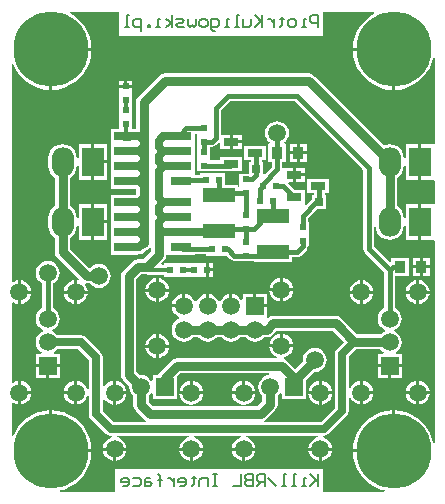
<source format=gbl>
G04 Layer_Physical_Order=2*
G04 Layer_Color=16711680*
%FSAX23Y23*%
%MOIN*%
G70*
G01*
G75*
%ADD10C,0.030*%
%ADD11C,0.016*%
%ADD12C,0.008*%
%ADD13C,0.059*%
%ADD14R,0.059X0.059*%
%ADD15R,0.075X0.098*%
%ADD16O,0.075X0.098*%
%ADD17C,0.250*%
%ADD18R,0.059X0.059*%
%ADD19R,0.024X0.020*%
%ADD20R,0.070X0.028*%
%ADD21R,0.020X0.024*%
%ADD22R,0.106X0.045*%
%ADD23R,0.028X0.028*%
%ADD24R,0.051X0.028*%
%ADD25R,0.037X0.039*%
%ADD26C,0.014*%
%ADD27C,0.015*%
%ADD28C,0.012*%
%ADD29C,0.025*%
G36*
X04150Y03545D02*
X04133Y03535D01*
X04117Y03521D01*
X04103Y03505D01*
X04092Y03487D01*
X04084Y03467D01*
X04079Y03446D01*
X04078Y03430D01*
X04213D01*
Y03425D01*
X04218D01*
Y03290D01*
X04234Y03291D01*
X04254Y03296D01*
X04274Y03305D01*
X04292Y03316D01*
X04308Y03329D01*
X04322Y03346D01*
X04333Y03364D01*
X04341Y03383D01*
X04345Y03398D01*
X04350Y03398D01*
Y03113D01*
X04347Y03109D01*
X04345Y03109D01*
X04305D01*
Y03050D01*
Y02991D01*
X04345D01*
X04347Y02991D01*
X04350Y02987D01*
Y02913D01*
X04347Y02909D01*
X04345Y02909D01*
X04305D01*
Y02850D01*
Y02791D01*
X04345D01*
X04347Y02791D01*
X04350Y02787D01*
Y02114D01*
X04345Y02113D01*
X04341Y02128D01*
X04333Y02148D01*
X04322Y02166D01*
X04308Y02182D01*
X04292Y02196D01*
X04274Y02207D01*
X04254Y02215D01*
X04234Y02220D01*
X04218Y02222D01*
Y02087D01*
X04213D01*
Y02082D01*
X04078D01*
X04079Y02065D01*
X04084Y02045D01*
X04092Y02025D01*
X04103Y02007D01*
X04117Y01991D01*
X04133Y01977D01*
X04151Y01966D01*
X04171Y01958D01*
X04183Y01955D01*
X04182Y01950D01*
X03982D01*
X03978Y01952D01*
X03978Y01955D01*
Y02027D01*
X03286D01*
Y01955D01*
X03286Y01952D01*
X03282Y01950D01*
X03102D01*
X03101Y01955D01*
X03113Y01958D01*
X03132Y01966D01*
X03150Y01977D01*
X03167Y01991D01*
X03180Y02007D01*
X03192Y02025D01*
X03200Y02045D01*
X03205Y02065D01*
X03206Y02082D01*
X03071D01*
Y02087D01*
X03066D01*
Y02222D01*
X03050Y02220D01*
X03029Y02215D01*
X03009Y02207D01*
X02991Y02196D01*
X02975Y02182D01*
X02961Y02166D01*
X02950Y02148D01*
X02945Y02136D01*
X02940Y02137D01*
Y02246D01*
X02944Y02248D01*
X02947Y02247D01*
X02956Y02243D01*
X02961Y02242D01*
Y02281D01*
Y02321D01*
X02956Y02320D01*
X02947Y02316D01*
X02944Y02314D01*
X02940Y02317D01*
Y02581D01*
X02944Y02583D01*
X02947Y02582D01*
X02956Y02578D01*
X02961Y02577D01*
Y02616D01*
Y02655D01*
X02956Y02655D01*
X02947Y02651D01*
X02944Y02649D01*
X02940Y02651D01*
Y03375D01*
X02945Y03376D01*
X02950Y03364D01*
X02961Y03346D01*
X02975Y03329D01*
X02991Y03316D01*
X03009Y03305D01*
X03029Y03296D01*
X03050Y03291D01*
X03066Y03290D01*
Y03425D01*
X03071D01*
Y03430D01*
X03206D01*
X03205Y03446D01*
X03200Y03467D01*
X03192Y03487D01*
X03180Y03505D01*
X03167Y03521D01*
X03150Y03535D01*
X03134Y03545D01*
X03135Y03550D01*
X03299D01*
Y03469D01*
X03978D01*
Y03550D01*
X04148D01*
X04150Y03545D01*
D02*
G37*
%LPC*%
G36*
X03342Y03321D02*
X03325D01*
Y03307D01*
X03342D01*
Y03321D01*
D02*
G37*
G36*
X03315D02*
X03298D01*
Y03307D01*
X03315D01*
Y03321D01*
D02*
G37*
G36*
X04208Y03420D02*
X04078D01*
X04079Y03404D01*
X04084Y03383D01*
X04092Y03364D01*
X04103Y03346D01*
X04117Y03329D01*
X04133Y03316D01*
X04151Y03305D01*
X04171Y03296D01*
X04191Y03291D01*
X04208Y03290D01*
Y03420D01*
D02*
G37*
G36*
X03206D02*
X03076D01*
Y03290D01*
X03092Y03291D01*
X03113Y03296D01*
X03132Y03305D01*
X03150Y03316D01*
X03167Y03329D01*
X03180Y03346D01*
X03192Y03364D01*
X03200Y03383D01*
X03205Y03404D01*
X03206Y03420D01*
D02*
G37*
G36*
X03930Y03345D02*
X03450D01*
X03440Y03344D01*
X03432Y03338D01*
X03362Y03268D01*
X03356Y03260D01*
X03355Y03250D01*
Y03159D01*
X03342D01*
Y03197D01*
X03342Y03198D01*
Y03202D01*
X03342Y03203D01*
Y03239D01*
Y03277D01*
X03342Y03278D01*
Y03282D01*
X03342Y03283D01*
Y03297D01*
X03320D01*
X03298D01*
Y03283D01*
X03298Y03282D01*
Y03278D01*
X03298Y03277D01*
Y03239D01*
Y03203D01*
X03298Y03202D01*
Y03198D01*
X03298Y03197D01*
Y03159D01*
X03271D01*
Y03114D01*
X03271Y03111D01*
X03271D01*
Y03109D01*
X03271D01*
Y03061D01*
X03271D01*
Y03059D01*
X03271D01*
Y03011D01*
X03271D01*
Y03009D01*
X03271D01*
Y02961D01*
X03355D01*
Y02939D01*
X03271D01*
Y02891D01*
X03271D01*
Y02889D01*
X03271D01*
Y02841D01*
X03271D01*
Y02839D01*
X03271D01*
Y02791D01*
X03271D01*
Y02789D01*
X03271D01*
Y02741D01*
X03361D01*
Y02742D01*
X03365D01*
X03374Y02744D01*
X03381Y02749D01*
X03389Y02756D01*
X03390Y02756D01*
X03398Y02762D01*
X03400Y02764D01*
X03405Y02763D01*
Y02751D01*
X03379Y02725D01*
X03360D01*
X03350Y02724D01*
X03342Y02718D01*
X03312Y02688D01*
X03306Y02680D01*
X03305Y02670D01*
Y02341D01*
X03306Y02332D01*
X03312Y02323D01*
X03332Y02303D01*
X03331Y02300D01*
X03333Y02290D01*
X03337Y02280D01*
X03343Y02272D01*
X03346Y02270D01*
Y02239D01*
X03348Y02229D01*
X03353Y02221D01*
X03382Y02192D01*
X03388Y02188D01*
X03386Y02183D01*
X03280D01*
X03243Y02220D01*
Y02260D01*
X03248Y02261D01*
X03248Y02260D01*
X03254Y02252D01*
X03263Y02246D01*
X03272Y02242D01*
X03278Y02241D01*
Y02280D01*
Y02320D01*
X03272Y02319D01*
X03263Y02315D01*
X03254Y02309D01*
X03248Y02300D01*
X03248Y02300D01*
X03243Y02301D01*
Y02400D01*
X03241Y02409D01*
X03236Y02416D01*
X03187Y02465D01*
X03180Y02470D01*
X03171Y02472D01*
X03092D01*
X03088Y02477D01*
X03080Y02483D01*
X03075Y02485D01*
Y02491D01*
X03080Y02493D01*
X03088Y02499D01*
X03095Y02508D01*
X03099Y02517D01*
X03100Y02527D01*
X03099Y02538D01*
X03095Y02547D01*
X03088Y02556D01*
X03080Y02562D01*
X03078Y02563D01*
Y02645D01*
X03080Y02645D01*
X03088Y02652D01*
X03095Y02660D01*
X03099Y02670D01*
X03100Y02680D01*
X03099Y02690D01*
X03095Y02700D01*
X03088Y02708D01*
X03080Y02715D01*
X03070Y02719D01*
X03060Y02720D01*
X03050Y02719D01*
X03040Y02715D01*
X03032Y02708D01*
X03025Y02700D01*
X03021Y02690D01*
X03020Y02680D01*
X03021Y02670D01*
X03025Y02660D01*
X03032Y02652D01*
X03040Y02645D01*
X03042Y02645D01*
Y02563D01*
X03040Y02562D01*
X03032Y02556D01*
X03025Y02547D01*
X03021Y02538D01*
X03020Y02527D01*
X03021Y02517D01*
X03025Y02508D01*
X03032Y02499D01*
X03040Y02493D01*
X03045Y02491D01*
Y02485D01*
X03040Y02483D01*
X03032Y02477D01*
X03025Y02469D01*
X03021Y02459D01*
X03020Y02449D01*
X03021Y02438D01*
X03025Y02429D01*
X03032Y02421D01*
X03040Y02415D01*
X03040Y02414D01*
X03036Y02410D01*
X03020D01*
Y02375D01*
X03060D01*
X03100D01*
Y02410D01*
X03084D01*
X03080Y02414D01*
X03080Y02415D01*
X03088Y02421D01*
X03092Y02426D01*
X03162D01*
X03197Y02390D01*
Y02292D01*
X03192Y02291D01*
X03192Y02292D01*
X03188Y02301D01*
X03182Y02310D01*
X03173Y02316D01*
X03164Y02320D01*
X03159Y02321D01*
Y02281D01*
Y02242D01*
X03164Y02243D01*
X03173Y02247D01*
X03182Y02253D01*
X03188Y02261D01*
X03192Y02271D01*
X03192Y02271D01*
X03197Y02271D01*
Y02210D01*
X03199Y02201D01*
X03204Y02194D01*
X03254Y02144D01*
X03261Y02139D01*
X03270Y02137D01*
X03274D01*
X03274Y02132D01*
X03272Y02132D01*
X03263Y02128D01*
X03254Y02121D01*
X03248Y02113D01*
X03244Y02104D01*
X03243Y02098D01*
X03322D01*
X03321Y02104D01*
X03317Y02113D01*
X03311Y02121D01*
X03303Y02128D01*
X03293Y02132D01*
X03291Y02132D01*
X03291Y02137D01*
X03530D01*
X03530Y02132D01*
X03528Y02132D01*
X03519Y02128D01*
X03510Y02121D01*
X03504Y02113D01*
X03500Y02104D01*
X03499Y02098D01*
X03539D01*
X03578D01*
X03577Y02104D01*
X03573Y02113D01*
X03567Y02121D01*
X03559Y02128D01*
X03549Y02132D01*
X03547Y02132D01*
X03547Y02137D01*
X03704D01*
X03704Y02132D01*
X03702Y02132D01*
X03693Y02128D01*
X03684Y02121D01*
X03678Y02113D01*
X03674Y02104D01*
X03673Y02098D01*
X03752D01*
X03751Y02104D01*
X03747Y02113D01*
X03741Y02121D01*
X03733Y02128D01*
X03723Y02132D01*
X03721Y02132D01*
X03721Y02137D01*
X03960D01*
X03960Y02132D01*
X03958Y02132D01*
X03949Y02128D01*
X03940Y02121D01*
X03934Y02113D01*
X03930Y02104D01*
X03929Y02098D01*
X03969D01*
X04008D01*
X04007Y02104D01*
X04003Y02113D01*
X03997Y02121D01*
X03989Y02128D01*
X03979Y02132D01*
X03977Y02132D01*
X03977Y02137D01*
X03980D01*
X03989Y02139D01*
X03996Y02144D01*
X04056Y02204D01*
X04061Y02211D01*
X04063Y02220D01*
Y02271D01*
X04068Y02271D01*
X04068Y02271D01*
X04072Y02261D01*
X04078Y02253D01*
X04087Y02247D01*
X04096Y02243D01*
X04101Y02242D01*
Y02281D01*
Y02321D01*
X04096Y02320D01*
X04087Y02316D01*
X04078Y02310D01*
X04072Y02301D01*
X04068Y02292D01*
X04068Y02291D01*
X04063Y02292D01*
Y02400D01*
X04088Y02426D01*
X04168D01*
X04172Y02421D01*
X04180Y02415D01*
X04180Y02414D01*
X04176Y02410D01*
X04160D01*
Y02375D01*
X04200D01*
X04240D01*
Y02410D01*
X04224D01*
X04220Y02414D01*
X04220Y02415D01*
X04228Y02421D01*
X04235Y02429D01*
X04239Y02438D01*
X04240Y02449D01*
X04239Y02459D01*
X04235Y02469D01*
X04228Y02477D01*
X04220Y02483D01*
X04215Y02485D01*
Y02491D01*
X04220Y02493D01*
X04228Y02499D01*
X04235Y02508D01*
X04239Y02517D01*
X04240Y02527D01*
X04239Y02538D01*
X04235Y02547D01*
X04228Y02556D01*
X04220Y02562D01*
X04218Y02563D01*
Y02670D01*
X04263D01*
Y02730D01*
X04206D01*
Y02717D01*
X04203Y02716D01*
X04201Y02715D01*
X04148Y02767D01*
Y02833D01*
X04153Y02833D01*
X04154Y02826D01*
X04159Y02814D01*
X04166Y02804D01*
X04176Y02797D01*
X04188Y02792D01*
X04200Y02790D01*
X04212Y02792D01*
X04224Y02797D01*
X04234Y02804D01*
X04241Y02814D01*
X04246Y02826D01*
X04248Y02837D01*
X04253Y02836D01*
Y02791D01*
X04295D01*
Y02850D01*
Y02909D01*
X04253D01*
Y02864D01*
X04248Y02863D01*
X04246Y02874D01*
X04241Y02886D01*
X04234Y02896D01*
X04225Y02902D01*
Y02998D01*
X04234Y03004D01*
X04241Y03014D01*
X04246Y03026D01*
X04248Y03037D01*
X04253Y03036D01*
Y02991D01*
X04295D01*
Y03050D01*
Y03109D01*
X04253D01*
Y03064D01*
X04248Y03063D01*
X04246Y03074D01*
X04241Y03086D01*
X04234Y03096D01*
X04224Y03103D01*
X04212Y03108D01*
X04200Y03110D01*
X04188Y03108D01*
X04181Y03105D01*
X03948Y03338D01*
X03940Y03344D01*
X03930Y03345D01*
D02*
G37*
G36*
X03257Y03109D02*
X03215D01*
Y03055D01*
X03257D01*
Y03109D01*
D02*
G37*
G36*
Y03045D02*
X03215D01*
Y02991D01*
X03257D01*
Y03045D01*
D02*
G37*
G36*
X03110Y03110D02*
X03098Y03108D01*
X03086Y03103D01*
X03076Y03096D01*
X03069Y03086D01*
X03064Y03074D01*
X03062Y03062D01*
Y03038D01*
X03064Y03026D01*
X03069Y03014D01*
X03076Y03004D01*
X03085Y02998D01*
Y02902D01*
X03076Y02896D01*
X03069Y02886D01*
X03064Y02874D01*
X03062Y02862D01*
Y02838D01*
X03064Y02826D01*
X03069Y02814D01*
X03076Y02804D01*
X03085Y02798D01*
Y02750D01*
X03086Y02740D01*
X03092Y02732D01*
X03164Y02660D01*
X03162Y02655D01*
X03159Y02655D01*
Y02621D01*
X03193D01*
X03192Y02626D01*
X03188Y02636D01*
X03185Y02640D01*
X03187Y02645D01*
X03190Y02645D01*
X03200D01*
X03202Y02642D01*
X03210Y02635D01*
X03220Y02631D01*
X03230Y02630D01*
X03240Y02631D01*
X03250Y02635D01*
X03258Y02642D01*
X03265Y02650D01*
X03269Y02660D01*
X03270Y02670D01*
X03269Y02680D01*
X03265Y02690D01*
X03258Y02698D01*
X03250Y02705D01*
X03240Y02709D01*
X03230Y02710D01*
X03220Y02709D01*
X03210Y02705D01*
X03202Y02698D01*
X03198Y02698D01*
X03135Y02761D01*
Y02798D01*
X03144Y02804D01*
X03151Y02814D01*
X03156Y02826D01*
X03158Y02837D01*
X03163Y02836D01*
Y02791D01*
X03205D01*
Y02850D01*
Y02909D01*
X03163D01*
Y02864D01*
X03158Y02863D01*
X03156Y02874D01*
X03151Y02886D01*
X03144Y02896D01*
X03135Y02902D01*
Y02998D01*
X03144Y03004D01*
X03151Y03014D01*
X03156Y03026D01*
X03158Y03037D01*
X03163Y03036D01*
Y02991D01*
X03205D01*
Y03050D01*
Y03109D01*
X03163D01*
Y03064D01*
X03158Y03063D01*
X03156Y03074D01*
X03151Y03086D01*
X03144Y03096D01*
X03134Y03103D01*
X03122Y03108D01*
X03110Y03110D01*
D02*
G37*
G36*
X03257Y02909D02*
X03215D01*
Y02855D01*
X03257D01*
Y02909D01*
D02*
G37*
G36*
Y02845D02*
X03215D01*
Y02791D01*
X03257D01*
Y02845D01*
D02*
G37*
G36*
X04334Y02730D02*
X04310D01*
Y02705D01*
X04334D01*
Y02730D01*
D02*
G37*
G36*
X04300D02*
X04277D01*
Y02705D01*
X04300D01*
Y02730D01*
D02*
G37*
G36*
X04334Y02695D02*
X04310D01*
Y02670D01*
X04334D01*
Y02695D01*
D02*
G37*
G36*
X04300D02*
X04277D01*
Y02670D01*
X04300D01*
Y02695D01*
D02*
G37*
G36*
X04299Y02655D02*
Y02621D01*
X04333D01*
X04332Y02626D01*
X04328Y02636D01*
X04322Y02644D01*
X04313Y02651D01*
X04304Y02655D01*
X04299Y02655D01*
D02*
G37*
G36*
X03149D02*
X03143Y02655D01*
X03134Y02651D01*
X03125Y02644D01*
X03119Y02636D01*
X03115Y02626D01*
X03114Y02621D01*
X03149D01*
Y02655D01*
D02*
G37*
G36*
X04289D02*
X04283Y02655D01*
X04274Y02651D01*
X04265Y02644D01*
X04259Y02636D01*
X04255Y02626D01*
X04254Y02621D01*
X04289D01*
Y02655D01*
D02*
G37*
G36*
X02971D02*
Y02621D01*
X03006D01*
X03005Y02626D01*
X03001Y02636D01*
X02995Y02644D01*
X02986Y02651D01*
X02977Y02655D01*
X02971Y02655D01*
D02*
G37*
G36*
X04333Y02611D02*
X04299D01*
Y02577D01*
X04304Y02578D01*
X04313Y02582D01*
X04322Y02588D01*
X04328Y02596D01*
X04332Y02606D01*
X04333Y02611D01*
D02*
G37*
G36*
X03193D02*
X03159D01*
Y02577D01*
X03164Y02578D01*
X03173Y02582D01*
X03182Y02588D01*
X03188Y02596D01*
X03192Y02606D01*
X03193Y02611D01*
D02*
G37*
G36*
X03006Y02611D02*
X02971D01*
Y02577D01*
X02977Y02578D01*
X02986Y02582D01*
X02995Y02588D01*
X03001Y02596D01*
X03005Y02606D01*
X03006Y02611D01*
D02*
G37*
G36*
X04289Y02611D02*
X04254D01*
X04255Y02606D01*
X04259Y02596D01*
X04265Y02588D01*
X04274Y02582D01*
X04283Y02578D01*
X04289Y02577D01*
Y02611D01*
D02*
G37*
G36*
X03149D02*
X03114D01*
X03115Y02606D01*
X03119Y02596D01*
X03125Y02588D01*
X03134Y02582D01*
X03143Y02578D01*
X03149Y02577D01*
Y02611D01*
D02*
G37*
G36*
X04240Y02365D02*
X04205D01*
Y02330D01*
X04240D01*
Y02365D01*
D02*
G37*
G36*
X04195D02*
X04160D01*
Y02330D01*
X04195D01*
Y02365D01*
D02*
G37*
G36*
X03100D02*
X03065D01*
Y02330D01*
X03100D01*
Y02365D01*
D02*
G37*
G36*
X03055D02*
X03020D01*
Y02330D01*
X03055D01*
Y02365D01*
D02*
G37*
G36*
X02971Y02321D02*
Y02286D01*
X03006D01*
X03005Y02292D01*
X03001Y02301D01*
X02995Y02310D01*
X02986Y02316D01*
X02977Y02320D01*
X02971Y02321D01*
D02*
G37*
G36*
X04111D02*
Y02286D01*
X04146D01*
X04145Y02292D01*
X04141Y02301D01*
X04135Y02310D01*
X04126Y02316D01*
X04117Y02320D01*
X04111Y02321D01*
D02*
G37*
G36*
X04299Y02321D02*
Y02286D01*
X04333D01*
X04332Y02292D01*
X04328Y02301D01*
X04322Y02310D01*
X04313Y02316D01*
X04304Y02320D01*
X04299Y02321D01*
D02*
G37*
G36*
X03149D02*
X03143Y02320D01*
X03134Y02316D01*
X03125Y02310D01*
X03119Y02301D01*
X03115Y02292D01*
X03114Y02286D01*
X03149D01*
Y02321D01*
D02*
G37*
G36*
X04289D02*
X04283Y02320D01*
X04274Y02316D01*
X04265Y02310D01*
X04259Y02301D01*
X04255Y02292D01*
X04254Y02286D01*
X04289D01*
Y02321D01*
D02*
G37*
G36*
X03288Y02320D02*
Y02285D01*
X03322D01*
X03321Y02291D01*
X03317Y02300D01*
X03311Y02309D01*
X03303Y02315D01*
X03293Y02319D01*
X03288Y02320D01*
D02*
G37*
G36*
X04333Y02276D02*
X04299D01*
Y02242D01*
X04304Y02243D01*
X04313Y02247D01*
X04322Y02253D01*
X04328Y02261D01*
X04332Y02271D01*
X04333Y02276D01*
D02*
G37*
G36*
X04289D02*
X04254D01*
X04255Y02271D01*
X04259Y02261D01*
X04265Y02253D01*
X04274Y02247D01*
X04283Y02243D01*
X04289Y02242D01*
Y02276D01*
D02*
G37*
G36*
X03149D02*
X03114D01*
X03115Y02271D01*
X03119Y02261D01*
X03125Y02253D01*
X03134Y02247D01*
X03143Y02243D01*
X03149Y02242D01*
Y02276D01*
D02*
G37*
G36*
X04146Y02276D02*
X04111D01*
Y02242D01*
X04117Y02243D01*
X04126Y02247D01*
X04135Y02253D01*
X04141Y02261D01*
X04145Y02271D01*
X04146Y02276D01*
D02*
G37*
G36*
X03006D02*
X02971D01*
Y02242D01*
X02977Y02243D01*
X02986Y02247D01*
X02995Y02253D01*
X03001Y02261D01*
X03005Y02271D01*
X03006Y02276D01*
D02*
G37*
G36*
X03322Y02275D02*
X03288D01*
Y02241D01*
X03293Y02242D01*
X03303Y02246D01*
X03311Y02252D01*
X03317Y02260D01*
X03321Y02270D01*
X03322Y02275D01*
D02*
G37*
G36*
X04208Y02222D02*
X04191Y02220D01*
X04171Y02215D01*
X04151Y02207D01*
X04133Y02196D01*
X04117Y02182D01*
X04103Y02166D01*
X04092Y02148D01*
X04084Y02128D01*
X04079Y02108D01*
X04078Y02092D01*
X04208D01*
Y02222D01*
D02*
G37*
G36*
X03076D02*
Y02092D01*
X03206D01*
X03205Y02108D01*
X03200Y02128D01*
X03192Y02148D01*
X03180Y02166D01*
X03167Y02182D01*
X03150Y02196D01*
X03132Y02207D01*
X03113Y02215D01*
X03092Y02220D01*
X03076Y02222D01*
D02*
G37*
G36*
X04008Y02088D02*
X03974D01*
Y02054D01*
X03979Y02055D01*
X03989Y02059D01*
X03997Y02065D01*
X04003Y02073D01*
X04007Y02083D01*
X04008Y02088D01*
D02*
G37*
G36*
X03578D02*
X03544D01*
Y02054D01*
X03549Y02055D01*
X03559Y02059D01*
X03567Y02065D01*
X03573Y02073D01*
X03577Y02083D01*
X03578Y02088D01*
D02*
G37*
G36*
X03752Y02088D02*
X03718D01*
Y02054D01*
X03723Y02055D01*
X03733Y02059D01*
X03741Y02065D01*
X03747Y02073D01*
X03751Y02083D01*
X03752Y02088D01*
D02*
G37*
G36*
X03708D02*
X03673D01*
X03674Y02083D01*
X03678Y02073D01*
X03684Y02065D01*
X03693Y02059D01*
X03702Y02055D01*
X03708Y02054D01*
Y02088D01*
D02*
G37*
G36*
X03322D02*
X03288D01*
Y02054D01*
X03293Y02055D01*
X03303Y02059D01*
X03311Y02065D01*
X03317Y02073D01*
X03321Y02083D01*
X03322Y02088D01*
D02*
G37*
G36*
X03278D02*
X03243D01*
X03244Y02083D01*
X03248Y02073D01*
X03254Y02065D01*
X03263Y02059D01*
X03272Y02055D01*
X03278Y02054D01*
Y02088D01*
D02*
G37*
G36*
X03964Y02088D02*
X03929D01*
X03930Y02083D01*
X03934Y02073D01*
X03940Y02065D01*
X03949Y02059D01*
X03958Y02055D01*
X03964Y02054D01*
Y02088D01*
D02*
G37*
G36*
X03534D02*
X03499D01*
X03500Y02083D01*
X03504Y02073D01*
X03510Y02065D01*
X03519Y02059D01*
X03528Y02055D01*
X03534Y02054D01*
Y02088D01*
D02*
G37*
%LPD*%
G36*
X04112Y03023D02*
Y02760D01*
X04114Y02753D01*
X04117Y02747D01*
X04182Y02683D01*
Y02563D01*
X04180Y02562D01*
X04172Y02556D01*
X04165Y02547D01*
X04161Y02538D01*
X04160Y02527D01*
X04161Y02517D01*
X04165Y02508D01*
X04172Y02499D01*
X04180Y02493D01*
X04185Y02491D01*
Y02485D01*
X04180Y02483D01*
X04172Y02477D01*
X04172Y02477D01*
X04092D01*
X04039Y02530D01*
X04031Y02535D01*
X04021Y02537D01*
X03812D01*
X03802Y02535D01*
X03794Y02530D01*
X03792Y02531D01*
X03790Y02533D01*
Y02565D01*
X03750D01*
Y02570D01*
X03745D01*
Y02610D01*
X03710D01*
Y02594D01*
X03706Y02590D01*
X03705Y02590D01*
X03699Y02598D01*
X03691Y02605D01*
X03682Y02609D01*
X03676Y02609D01*
Y02570D01*
X03666D01*
Y02609D01*
X03661Y02609D01*
X03651Y02605D01*
X03643Y02598D01*
X03637Y02590D01*
X03635Y02585D01*
X03629D01*
X03627Y02590D01*
X03621Y02598D01*
X03612Y02605D01*
X03603Y02609D01*
X03598Y02609D01*
Y02570D01*
X03588D01*
Y02609D01*
X03582Y02609D01*
X03573Y02605D01*
X03564Y02598D01*
X03558Y02590D01*
X03556Y02585D01*
X03550D01*
X03548Y02590D01*
X03542Y02598D01*
X03534Y02605D01*
X03524Y02609D01*
X03519Y02609D01*
Y02570D01*
X03514D01*
Y02565D01*
X03475D01*
X03475Y02560D01*
X03479Y02550D01*
X03486Y02542D01*
X03494Y02535D01*
X03499Y02533D01*
Y02528D01*
X03494Y02526D01*
X03486Y02519D01*
X03479Y02511D01*
X03475Y02502D01*
X03474Y02491D01*
X03475Y02481D01*
X03479Y02471D01*
X03486Y02463D01*
X03494Y02457D01*
X03503Y02453D01*
X03514Y02451D01*
X03524Y02453D01*
X03534Y02457D01*
X03542Y02463D01*
X03544Y02466D01*
X03562D01*
X03564Y02463D01*
X03573Y02457D01*
X03582Y02453D01*
X03593Y02451D01*
X03603Y02453D01*
X03612Y02457D01*
X03621Y02463D01*
X03623Y02466D01*
X03641D01*
X03643Y02463D01*
X03651Y02457D01*
X03661Y02453D01*
X03671Y02451D01*
X03682Y02453D01*
X03691Y02457D01*
X03699Y02463D01*
X03702Y02466D01*
X03720D01*
X03722Y02463D01*
X03730Y02457D01*
X03740Y02453D01*
X03750Y02451D01*
X03760Y02453D01*
X03770Y02457D01*
X03778Y02463D01*
X03780Y02466D01*
X03791D01*
X03801Y02468D01*
X03809Y02473D01*
X03822Y02486D01*
X04010D01*
X04047Y02449D01*
X04024Y02426D01*
X04019Y02419D01*
X04017Y02410D01*
Y02230D01*
X03970Y02183D01*
X03784D01*
X03782Y02188D01*
X03788Y02192D01*
X03819Y02223D01*
X03825Y02232D01*
X03827Y02241D01*
Y02270D01*
X03829Y02272D01*
X03835Y02280D01*
X03836Y02280D01*
X03840Y02276D01*
Y02260D01*
X03920D01*
Y02323D01*
X03947Y02351D01*
X03950Y02350D01*
X03960Y02351D01*
X03970Y02355D01*
X03978Y02362D01*
X03985Y02370D01*
X03989Y02380D01*
X03990Y02390D01*
X03989Y02400D01*
X03985Y02410D01*
X03978Y02418D01*
X03970Y02425D01*
X03960Y02429D01*
X03950Y02430D01*
X03940Y02429D01*
X03930Y02425D01*
X03922Y02418D01*
X03915Y02410D01*
X03911Y02400D01*
X03910Y02390D01*
X03911Y02387D01*
X03885Y02361D01*
X03858Y02388D01*
X03850Y02394D01*
X03849Y02398D01*
X03849Y02399D01*
X03859Y02403D01*
X03867Y02409D01*
X03873Y02417D01*
X03877Y02427D01*
X03878Y02432D01*
X03839D01*
X03799D01*
X03800Y02427D01*
X03804Y02417D01*
X03810Y02409D01*
X03819Y02403D01*
X03824Y02400D01*
X03823Y02395D01*
X03490D01*
X03480Y02394D01*
X03472Y02388D01*
X03432Y02348D01*
X03426Y02340D01*
X03426Y02340D01*
X03410D01*
Y02324D01*
X03406Y02320D01*
X03405Y02320D01*
X03399Y02328D01*
X03391Y02335D01*
X03382Y02339D01*
X03371Y02340D01*
X03368Y02339D01*
X03355Y02352D01*
Y02659D01*
X03371Y02675D01*
X03390D01*
X03392Y02675D01*
X03393Y02674D01*
X03400Y02673D01*
X03449D01*
Y02668D01*
X03487D01*
X03488Y02668D01*
X03492D01*
X03493Y02668D01*
X03567D01*
X03568Y02668D01*
X03572D01*
X03573Y02668D01*
X03587D01*
Y02690D01*
Y02712D01*
X03573D01*
X03572Y02712D01*
X03568D01*
X03567Y02712D01*
X03493D01*
X03492Y02712D01*
X03488D01*
X03487Y02712D01*
X03449D01*
Y02707D01*
X03440D01*
X03438Y02712D01*
X03448Y02722D01*
X03454Y02730D01*
X03455Y02739D01*
X03459Y02741D01*
X03460Y02741D01*
X03460Y02741D01*
X03550D01*
Y02742D01*
X03589D01*
Y02738D01*
X03627D01*
X03628Y02738D01*
X03632D01*
X03633Y02738D01*
X03657D01*
X03669Y02726D01*
X03669Y02726D01*
X03675Y02722D01*
X03682Y02721D01*
X03682Y02721D01*
X03698D01*
Y02719D01*
X03742D01*
Y02721D01*
X03747D01*
Y02718D01*
X03873D01*
Y02733D01*
X03891D01*
X03898Y02734D01*
X03904Y02738D01*
X03923Y02757D01*
X03926Y02763D01*
X03928Y02769D01*
X03932D01*
Y02807D01*
X03932Y02808D01*
Y02812D01*
X03932Y02813D01*
Y02851D01*
X03928D01*
Y02863D01*
X03957Y02892D01*
X03989D01*
Y02940D01*
X03983D01*
Y02946D01*
X03997D01*
Y02994D01*
X03926D01*
Y02946D01*
X03948D01*
Y02940D01*
X03942D01*
Y02927D01*
X03922Y02907D01*
X03917Y02910D01*
Y02956D01*
X03883D01*
X03861Y02979D01*
X03863Y02984D01*
X03877D01*
Y03007D01*
Y03031D01*
X03846D01*
X03842Y03034D01*
Y03050D01*
X03853D01*
Y03110D01*
X03851D01*
X03849Y03115D01*
X03853Y03117D01*
X03859Y03125D01*
X03863Y03135D01*
X03864Y03145D01*
X03863Y03156D01*
X03859Y03165D01*
X03853Y03174D01*
X03845Y03180D01*
X03835Y03184D01*
X03825Y03185D01*
X03814Y03184D01*
X03805Y03180D01*
X03796Y03174D01*
X03790Y03165D01*
X03786Y03156D01*
X03785Y03145D01*
X03786Y03135D01*
X03790Y03125D01*
X03796Y03117D01*
X03800Y03115D01*
X03798Y03110D01*
X03796D01*
Y03050D01*
X03807D01*
Y03032D01*
X03784Y03009D01*
X03779Y03011D01*
Y03050D01*
X03773D01*
Y03056D01*
X03787D01*
Y03104D01*
X03716D01*
Y03056D01*
X03738D01*
Y03050D01*
X03732D01*
Y03011D01*
X03698D01*
Y02973D01*
X03698Y02972D01*
Y02968D01*
X03698Y02968D01*
X03693Y02970D01*
Y02972D01*
X03651D01*
Y03012D01*
X03612D01*
Y03012D01*
X03608D01*
Y03012D01*
X03569D01*
Y03008D01*
X03553D01*
X03550Y03011D01*
X03550Y03014D01*
Y03059D01*
X03550D01*
Y03061D01*
X03550D01*
Y03109D01*
X03550D01*
Y03111D01*
X03550D01*
Y03144D01*
X03556D01*
X03558Y03142D01*
Y03138D01*
X03558Y03137D01*
Y03099D01*
Y03063D01*
X03558Y03062D01*
Y03058D01*
X03558Y03057D01*
Y03019D01*
X03602D01*
Y03021D01*
X03636D01*
Y03019D01*
X03707D01*
Y03066D01*
X03636D01*
Y03056D01*
X03604D01*
X03602Y03058D01*
Y03062D01*
X03602Y03063D01*
Y03101D01*
X03608D01*
X03615Y03102D01*
X03621Y03106D01*
X03631Y03116D01*
X03636Y03114D01*
Y03094D01*
X03667D01*
Y03117D01*
Y03141D01*
X03638D01*
Y03223D01*
X03667Y03252D01*
X03883D01*
X04112Y03023D01*
D02*
G37*
G36*
X03799Y02340D02*
X03791Y02339D01*
X03781Y02335D01*
X03773Y02328D01*
X03767Y02320D01*
X03763Y02310D01*
X03761Y02300D01*
X03763Y02290D01*
X03767Y02280D01*
X03773Y02272D01*
X03776Y02270D01*
Y02252D01*
X03759Y02235D01*
X03713D01*
X03713Y02240D01*
X03723Y02242D01*
X03733Y02246D01*
X03741Y02252D01*
X03747Y02260D01*
X03751Y02270D01*
X03752Y02275D01*
X03673D01*
X03674Y02270D01*
X03678Y02260D01*
X03684Y02252D01*
X03693Y02246D01*
X03702Y02242D01*
X03712Y02240D01*
X03712Y02235D01*
X03539D01*
X03539Y02240D01*
X03549Y02242D01*
X03559Y02246D01*
X03567Y02252D01*
X03573Y02260D01*
X03577Y02270D01*
X03578Y02275D01*
X03539D01*
X03499D01*
X03500Y02270D01*
X03504Y02260D01*
X03510Y02252D01*
X03519Y02246D01*
X03528Y02242D01*
X03538Y02240D01*
X03538Y02235D01*
X03411D01*
X03397Y02249D01*
Y02270D01*
X03399Y02272D01*
X03405Y02280D01*
X03406Y02280D01*
X03410Y02276D01*
Y02260D01*
X03490D01*
Y02333D01*
X03501Y02345D01*
X03798D01*
X03799Y02340D01*
D02*
G37*
%LPC*%
G36*
X03707Y03141D02*
X03677D01*
Y03122D01*
X03707D01*
Y03141D01*
D02*
G37*
G36*
Y03112D02*
X03677D01*
Y03094D01*
X03707D01*
Y03112D01*
D02*
G37*
G36*
X03924Y03110D02*
X03900D01*
Y03085D01*
X03924D01*
Y03110D01*
D02*
G37*
G36*
X03890D02*
X03867D01*
Y03085D01*
X03890D01*
Y03110D01*
D02*
G37*
G36*
X03924Y03075D02*
X03900D01*
Y03050D01*
X03924D01*
Y03075D01*
D02*
G37*
G36*
X03890D02*
X03867D01*
Y03050D01*
X03890D01*
Y03075D01*
D02*
G37*
G36*
X03887Y03031D02*
Y03012D01*
X03917D01*
Y03031D01*
X03887D01*
D02*
G37*
G36*
X03917Y03002D02*
X03887D01*
Y02984D01*
X03917D01*
Y03002D01*
D02*
G37*
G36*
X03597Y02712D02*
Y02695D01*
X03611D01*
Y02712D01*
X03597D01*
D02*
G37*
G36*
X03611Y02685D02*
X03597D01*
Y02668D01*
X03611D01*
Y02685D01*
D02*
G37*
G36*
X03844Y02663D02*
Y02629D01*
X03878D01*
X03877Y02634D01*
X03873Y02644D01*
X03867Y02652D01*
X03859Y02659D01*
X03849Y02663D01*
X03844Y02663D01*
D02*
G37*
G36*
X03834Y02663D02*
X03828Y02663D01*
X03819Y02659D01*
X03810Y02652D01*
X03804Y02644D01*
X03800Y02634D01*
X03799Y02629D01*
X03834D01*
Y02663D01*
D02*
G37*
G36*
X03430Y02662D02*
Y02628D01*
X03464D01*
X03464Y02633D01*
X03460Y02643D01*
X03453Y02651D01*
X03445Y02658D01*
X03436Y02662D01*
X03430Y02662D01*
D02*
G37*
G36*
X03420D02*
X03415Y02662D01*
X03405Y02658D01*
X03397Y02651D01*
X03391Y02643D01*
X03387Y02633D01*
X03386Y02628D01*
X03420D01*
Y02662D01*
D02*
G37*
G36*
X04111Y02655D02*
Y02621D01*
X04146D01*
X04145Y02626D01*
X04141Y02636D01*
X04135Y02644D01*
X04126Y02651D01*
X04117Y02655D01*
X04111Y02655D01*
D02*
G37*
G36*
X04101D02*
X04096Y02655D01*
X04087Y02651D01*
X04078Y02644D01*
X04072Y02636D01*
X04068Y02626D01*
X04067Y02621D01*
X04101D01*
Y02655D01*
D02*
G37*
G36*
X03878Y02619D02*
X03844D01*
Y02585D01*
X03849Y02586D01*
X03859Y02590D01*
X03867Y02596D01*
X03873Y02604D01*
X03877Y02614D01*
X03878Y02619D01*
D02*
G37*
G36*
X03834D02*
X03799D01*
X03800Y02614D01*
X03804Y02604D01*
X03810Y02596D01*
X03819Y02590D01*
X03828Y02586D01*
X03834Y02585D01*
Y02619D01*
D02*
G37*
G36*
X03464Y02618D02*
X03430D01*
Y02584D01*
X03436Y02585D01*
X03445Y02589D01*
X03453Y02595D01*
X03460Y02603D01*
X03464Y02613D01*
X03464Y02618D01*
D02*
G37*
G36*
X03420D02*
X03386D01*
X03387Y02613D01*
X03391Y02603D01*
X03397Y02595D01*
X03405Y02589D01*
X03415Y02585D01*
X03420Y02584D01*
Y02618D01*
D02*
G37*
G36*
X04101Y02611D02*
X04067D01*
X04068Y02606D01*
X04072Y02596D01*
X04078Y02588D01*
X04087Y02582D01*
X04096Y02578D01*
X04101Y02577D01*
Y02611D01*
D02*
G37*
G36*
X04146D02*
X04111D01*
Y02577D01*
X04117Y02578D01*
X04126Y02582D01*
X04135Y02588D01*
X04141Y02596D01*
X04145Y02606D01*
X04146Y02611D01*
D02*
G37*
G36*
X03790Y02610D02*
X03755D01*
Y02575D01*
X03790D01*
Y02610D01*
D02*
G37*
G36*
X03509Y02609D02*
X03503Y02609D01*
X03494Y02605D01*
X03486Y02598D01*
X03479Y02590D01*
X03475Y02580D01*
X03475Y02575D01*
X03509D01*
Y02609D01*
D02*
G37*
G36*
X03844Y02476D02*
Y02442D01*
X03878D01*
X03877Y02447D01*
X03873Y02457D01*
X03867Y02465D01*
X03859Y02472D01*
X03849Y02476D01*
X03844Y02476D01*
D02*
G37*
G36*
X03834Y02476D02*
X03828Y02476D01*
X03819Y02472D01*
X03810Y02465D01*
X03804Y02457D01*
X03800Y02447D01*
X03799Y02442D01*
X03834D01*
Y02476D01*
D02*
G37*
G36*
X03430Y02475D02*
Y02441D01*
X03464D01*
X03464Y02446D01*
X03460Y02456D01*
X03453Y02464D01*
X03445Y02471D01*
X03436Y02475D01*
X03430Y02475D01*
D02*
G37*
G36*
X03420D02*
X03415Y02475D01*
X03405Y02471D01*
X03397Y02464D01*
X03391Y02456D01*
X03387Y02446D01*
X03386Y02441D01*
X03420D01*
Y02475D01*
D02*
G37*
G36*
X03464Y02431D02*
X03430D01*
Y02397D01*
X03436Y02398D01*
X03445Y02402D01*
X03453Y02408D01*
X03460Y02416D01*
X03464Y02426D01*
X03464Y02431D01*
D02*
G37*
G36*
X03420D02*
X03386D01*
X03387Y02426D01*
X03391Y02416D01*
X03397Y02408D01*
X03405Y02402D01*
X03415Y02398D01*
X03420Y02397D01*
Y02431D01*
D02*
G37*
G36*
X03974Y02320D02*
Y02285D01*
X04008D01*
X04007Y02291D01*
X04003Y02300D01*
X03997Y02309D01*
X03989Y02315D01*
X03979Y02319D01*
X03974Y02320D01*
D02*
G37*
G36*
X03964Y02320D02*
X03958Y02319D01*
X03949Y02315D01*
X03940Y02309D01*
X03934Y02300D01*
X03930Y02291D01*
X03929Y02285D01*
X03964D01*
Y02320D01*
D02*
G37*
G36*
X04008Y02275D02*
X03974D01*
Y02241D01*
X03979Y02242D01*
X03989Y02246D01*
X03997Y02252D01*
X04003Y02260D01*
X04007Y02270D01*
X04008Y02275D01*
D02*
G37*
G36*
X03964D02*
X03929D01*
X03930Y02270D01*
X03934Y02260D01*
X03940Y02252D01*
X03949Y02246D01*
X03958Y02242D01*
X03964Y02241D01*
Y02275D01*
D02*
G37*
G36*
X03544Y02320D02*
Y02285D01*
X03578D01*
X03577Y02291D01*
X03573Y02300D01*
X03567Y02309D01*
X03559Y02315D01*
X03549Y02319D01*
X03544Y02320D01*
D02*
G37*
G36*
X03718D02*
Y02285D01*
X03752D01*
X03751Y02291D01*
X03747Y02300D01*
X03741Y02309D01*
X03733Y02315D01*
X03723Y02319D01*
X03718Y02320D01*
D02*
G37*
G36*
X03708D02*
X03702Y02319D01*
X03693Y02315D01*
X03684Y02309D01*
X03678Y02300D01*
X03674Y02291D01*
X03673Y02285D01*
X03708D01*
Y02320D01*
D02*
G37*
G36*
X03534Y02320D02*
X03528Y02319D01*
X03519Y02315D01*
X03510Y02309D01*
X03504Y02300D01*
X03500Y02291D01*
X03499Y02285D01*
X03534D01*
Y02320D01*
D02*
G37*
%LPD*%
D10*
X03330Y02670D02*
X03360Y02700D01*
X03330Y02341D02*
Y02670D01*
X03930Y03320D02*
X04200Y03050D01*
X03450Y03320D02*
X03930D01*
X03316Y03135D02*
X03330D01*
X03380Y02780D02*
Y03250D01*
X03450Y03320D01*
X03110Y02750D02*
X03190Y02670D01*
X03230D01*
X03110Y02750D02*
Y02850D01*
X03880Y02320D02*
Y02330D01*
Y02320D02*
X03950Y02390D01*
X03880Y02300D02*
Y02320D01*
X03750Y02491D02*
X03791D01*
X03671D02*
X03750D01*
X03514D02*
X03593D01*
X03671D01*
X03791D02*
X03812Y02512D01*
X04021D01*
X04081Y02451D01*
X03330Y02341D02*
X03371Y02300D01*
X03360Y02700D02*
X03390D01*
X03430Y02740D01*
X04081Y02451D02*
X04197D01*
X03371Y02239D02*
Y02300D01*
Y02239D02*
X03400Y02210D01*
X03770D01*
X03801Y02241D01*
Y02300D01*
X03840Y02370D02*
X03880Y02330D01*
X03490Y02370D02*
X03840D01*
X03450Y02330D02*
X03490Y02370D01*
X03450Y02300D02*
Y02330D01*
X03430Y02740D02*
Y02830D01*
X03110Y02850D02*
Y03050D01*
X04200Y02850D02*
Y03050D01*
D11*
X03060Y02527D02*
Y02680D01*
D12*
X03960Y02009D02*
Y01970D01*
Y01983D01*
X03934Y02009D01*
X03953Y01990D01*
X03934Y01970D01*
X03921D02*
X03908D01*
X03914D01*
Y01996D01*
X03921D01*
X03888Y01970D02*
X03875D01*
X03881D01*
Y02009D01*
X03888D01*
X03855Y01970D02*
X03842D01*
X03848D01*
Y02009D01*
X03855D01*
X03822Y01970D02*
X03796Y01996D01*
X03783Y01970D02*
Y02009D01*
X03763D01*
X03757Y02003D01*
Y01990D01*
X03763Y01983D01*
X03783D01*
X03770D02*
X03757Y01970D01*
X03744Y02009D02*
Y01970D01*
X03724D01*
X03717Y01977D01*
Y01983D01*
X03724Y01990D01*
X03744D01*
X03724D01*
X03717Y01996D01*
Y02003D01*
X03724Y02009D01*
X03744D01*
X03704D02*
Y01970D01*
X03678D01*
X03625Y02009D02*
X03612D01*
X03619D01*
Y01970D01*
X03625D01*
X03612D01*
X03593D02*
Y01996D01*
X03573D01*
X03566Y01990D01*
Y01970D01*
X03547Y02003D02*
Y01996D01*
X03553D01*
X03540D01*
X03547D01*
Y01977D01*
X03540Y01970D01*
X03501D02*
X03514D01*
X03521Y01977D01*
Y01990D01*
X03514Y01996D01*
X03501D01*
X03494Y01990D01*
Y01983D01*
X03521D01*
X03481Y01996D02*
Y01970D01*
Y01983D01*
X03475Y01990D01*
X03468Y01996D01*
X03461D01*
X03435Y01970D02*
Y02003D01*
Y01990D01*
X03442D01*
X03429D01*
X03435D01*
Y02003D01*
X03429Y02009D01*
X03402Y01996D02*
X03389D01*
X03383Y01990D01*
Y01970D01*
X03402D01*
X03409Y01977D01*
X03402Y01983D01*
X03383D01*
X03343Y01996D02*
X03363D01*
X03370Y01990D01*
Y01977D01*
X03363Y01970D01*
X03343D01*
X03311D02*
X03324D01*
X03330Y01977D01*
Y01990D01*
X03324Y01996D01*
X03311D01*
X03304Y01990D01*
Y01983D01*
X03330D01*
X03960Y03500D02*
Y03539D01*
X03940D01*
X03934Y03533D01*
Y03520D01*
X03940Y03513D01*
X03960D01*
X03921Y03500D02*
X03908D01*
X03914D01*
Y03526D01*
X03921D01*
X03881Y03500D02*
X03868D01*
X03862Y03507D01*
Y03520D01*
X03868Y03526D01*
X03881D01*
X03888Y03520D01*
Y03507D01*
X03881Y03500D01*
X03842Y03533D02*
Y03526D01*
X03848D01*
X03835D01*
X03842D01*
Y03507D01*
X03835Y03500D01*
X03816Y03526D02*
Y03500D01*
Y03513D01*
X03809Y03520D01*
X03803Y03526D01*
X03796D01*
X03776Y03539D02*
Y03500D01*
Y03513D01*
X03750Y03539D01*
X03770Y03520D01*
X03750Y03500D01*
X03737Y03526D02*
Y03507D01*
X03730Y03500D01*
X03711D01*
Y03526D01*
X03698Y03500D02*
X03684D01*
X03691D01*
Y03539D01*
X03698D01*
X03665Y03500D02*
X03652D01*
X03658D01*
Y03526D01*
X03665D01*
X03619Y03487D02*
X03612D01*
X03606Y03493D01*
Y03526D01*
X03625D01*
X03632Y03520D01*
Y03507D01*
X03625Y03500D01*
X03606D01*
X03586D02*
X03573D01*
X03566Y03507D01*
Y03520D01*
X03573Y03526D01*
X03586D01*
X03593Y03520D01*
Y03507D01*
X03586Y03500D01*
X03553Y03526D02*
Y03507D01*
X03547Y03500D01*
X03540Y03507D01*
X03534Y03500D01*
X03527Y03507D01*
Y03526D01*
X03514Y03500D02*
X03494D01*
X03488Y03507D01*
X03494Y03513D01*
X03507D01*
X03514Y03520D01*
X03507Y03526D01*
X03488D01*
X03475Y03500D02*
Y03539D01*
Y03513D02*
X03455Y03526D01*
X03475Y03513D02*
X03455Y03500D01*
X03435D02*
X03422D01*
X03429D01*
Y03526D01*
X03435D01*
X03402Y03500D02*
Y03507D01*
X03396D01*
Y03500D01*
X03402D01*
X03370Y03487D02*
Y03526D01*
X03350D01*
X03343Y03520D01*
Y03507D01*
X03350Y03500D01*
X03370D01*
X03330D02*
X03317D01*
X03324D01*
Y03539D01*
X03330D01*
D13*
X04200Y02449D02*
D03*
Y02527D02*
D03*
X04106Y02281D02*
D03*
X04294D02*
D03*
Y02616D02*
D03*
X04106D02*
D03*
X03060Y02449D02*
D03*
Y02527D02*
D03*
X02966Y02281D02*
D03*
X03154D02*
D03*
Y02616D02*
D03*
X02966D02*
D03*
X03713Y02280D02*
D03*
Y02093D02*
D03*
X03969D02*
D03*
Y02280D02*
D03*
X03801Y02300D02*
D03*
X03283Y02280D02*
D03*
Y02093D02*
D03*
X03539D02*
D03*
Y02280D02*
D03*
X03371Y02300D02*
D03*
X03671Y02491D02*
D03*
Y02570D02*
D03*
X03514D02*
D03*
X03750Y02491D02*
D03*
X03839Y02437D02*
D03*
Y02624D02*
D03*
X03425Y02623D02*
D03*
Y02436D02*
D03*
X03514Y02491D02*
D03*
X03593D02*
D03*
Y02570D02*
D03*
X03060Y02680D02*
D03*
X03230Y02670D02*
D03*
X03950Y02390D02*
D03*
X03825Y03145D02*
D03*
D14*
X04200Y02370D02*
D03*
X03060D02*
D03*
D15*
X04300Y03050D02*
D03*
Y02850D02*
D03*
X03210Y03050D02*
D03*
Y02850D02*
D03*
D16*
X04200Y03050D02*
D03*
Y02850D02*
D03*
X03110Y03050D02*
D03*
Y02850D02*
D03*
D17*
X04213Y03425D02*
D03*
X03071D02*
D03*
X04213Y02087D02*
D03*
X03071D02*
D03*
D18*
X03880Y02300D02*
D03*
X03450D02*
D03*
X03750Y02570D02*
D03*
D19*
X03320Y03222D02*
D03*
Y03178D02*
D03*
X03720Y02872D02*
D03*
Y02828D02*
D03*
Y02992D02*
D03*
Y02948D02*
D03*
X03580Y03038D02*
D03*
Y03082D02*
D03*
Y03118D02*
D03*
Y03162D02*
D03*
X03720Y02738D02*
D03*
Y02782D02*
D03*
X03910Y02832D02*
D03*
Y02788D02*
D03*
X03320Y03302D02*
D03*
Y03258D02*
D03*
D20*
X03316Y02985D02*
D03*
X03504D02*
D03*
Y03035D02*
D03*
X03316D02*
D03*
Y03135D02*
D03*
X03504D02*
D03*
Y03085D02*
D03*
X03316D02*
D03*
Y02765D02*
D03*
X03504D02*
D03*
Y02815D02*
D03*
X03316D02*
D03*
Y02915D02*
D03*
X03504D02*
D03*
Y02865D02*
D03*
X03316D02*
D03*
D21*
X03632Y02990D02*
D03*
X03588D02*
D03*
X03652Y02760D02*
D03*
X03608D02*
D03*
X03512Y02690D02*
D03*
X03468D02*
D03*
X03822Y02970D02*
D03*
X03778D02*
D03*
X03768Y02920D02*
D03*
X03812D02*
D03*
X03592Y02690D02*
D03*
X03548D02*
D03*
D22*
X03630Y02939D02*
D03*
Y02821D02*
D03*
X03810Y02751D02*
D03*
Y02869D02*
D03*
D23*
X03755Y03026D02*
D03*
X03965Y02916D02*
D03*
D24*
X03752Y03080D02*
D03*
X03672Y03117D02*
D03*
Y03043D02*
D03*
X03962Y02970D02*
D03*
X03882Y03007D02*
D03*
Y02933D02*
D03*
D25*
X04305Y02700D02*
D03*
X04235D02*
D03*
X03895Y03080D02*
D03*
X03825D02*
D03*
D26*
X03390Y02700D02*
X03400Y02690D01*
X03468D01*
X03512D02*
X03548D01*
D27*
X03660Y03270D02*
X03890D01*
X04200Y02690D02*
X04210Y02700D01*
X04235D01*
X03620Y03230D02*
X03660Y03270D01*
X03620Y03130D02*
Y03230D01*
X03825Y03080D02*
Y03145D01*
X04200Y02527D02*
Y02690D01*
X04130Y02760D02*
X04200Y02690D01*
X04130Y02760D02*
Y03030D01*
X03890Y03270D02*
X04130Y03030D01*
X03580Y03082D02*
Y03118D01*
X03755Y03005D02*
Y03080D01*
X03639Y02948D02*
X03720D01*
Y02872D02*
Y02948D01*
X03637Y02828D02*
X03720D01*
X03630Y02939D02*
Y02988D01*
X03509Y02990D02*
X03588D01*
X03580Y03118D02*
X03608D01*
X03620Y03130D01*
X03522Y03162D02*
X03580D01*
X03504Y03144D02*
X03522Y03162D01*
X03504Y03135D02*
Y03144D01*
X03580Y03038D02*
X03668D01*
X03720Y02992D02*
X03742D01*
X03755Y03005D01*
X03720Y02782D02*
Y02828D01*
Y02738D02*
X03797D01*
X03652Y02760D02*
X03660D01*
X03682Y02738D01*
X03720D01*
X03510Y02760D02*
X03608D01*
X03504Y02765D02*
X03510Y02760D01*
X03789Y02869D02*
X03810D01*
X03748Y02828D02*
X03789Y02869D01*
X03720Y02828D02*
X03748D01*
X03910Y02832D02*
Y02870D01*
X03956Y02916D01*
X03965D02*
Y02966D01*
X03810Y02869D02*
Y02918D01*
X03768Y02920D02*
Y02960D01*
X03778Y02970D01*
Y02978D01*
X03825Y03025D01*
Y03080D01*
X03822Y02970D02*
X03844D01*
X03882Y02933D01*
X03910Y02770D02*
Y02788D01*
X03891Y02751D02*
X03910Y02770D01*
X03810Y02751D02*
X03891D01*
D28*
X03320Y03222D02*
Y03258D01*
Y03139D02*
Y03178D01*
D29*
X04040Y02410D02*
X04081Y02451D01*
X04040Y02220D02*
Y02410D01*
X03980Y02160D02*
X04040Y02220D01*
X03171Y02449D02*
X03220Y02400D01*
X03080Y02449D02*
X03171D01*
X03220Y02210D02*
Y02400D01*
Y02210D02*
X03270Y02160D01*
X03330Y03135D02*
X03365D01*
X03270Y02160D02*
X03980D01*
X03445Y03035D02*
X03504D01*
X03430Y03050D02*
X03445Y03035D01*
X03430Y03050D02*
Y03070D01*
X03445Y03085D01*
X03430Y03100D02*
X03445Y03085D01*
X03430Y03100D02*
Y03120D01*
X03445Y03135D01*
X03504D01*
X03445Y03085D02*
X03445D01*
X03504D01*
X03365D02*
X03380Y03100D01*
X03316Y03085D02*
X03365D01*
Y03085D02*
Y03085D01*
Y03085D02*
X03380Y03070D01*
Y03050D02*
Y03070D01*
X03365Y03035D02*
X03380Y03050D01*
X03316Y03035D02*
X03365D01*
X03380Y03020D01*
Y03000D02*
Y03020D01*
X03365Y02985D02*
X03380Y03000D01*
X03316Y02985D02*
X03365D01*
X03365Y03135D02*
X03380Y03120D01*
Y03100D02*
Y03120D01*
X03445Y02915D02*
X03504D01*
X03430Y02930D02*
X03445Y02915D01*
X03430Y02930D02*
Y03020D01*
X03445Y03035D01*
Y02915D02*
Y02915D01*
X03430Y02900D02*
X03445Y02915D01*
X03430Y02880D02*
Y02900D01*
Y02880D02*
X03445Y02865D01*
X03504D01*
X03445Y02865D02*
Y02865D01*
X03430Y02850D02*
X03445Y02865D01*
X03430Y02830D02*
Y02850D01*
Y02830D02*
X03445Y02815D01*
X03504D01*
X03316Y02915D02*
X03365D01*
X03380Y02930D01*
Y02970D01*
X03365Y02985D02*
X03380Y02970D01*
X03365Y02915D02*
Y02915D01*
Y02915D02*
X03380Y02900D01*
X03316Y02865D02*
X03365D01*
X03380Y02880D01*
Y02900D01*
X03365Y02865D02*
X03380Y02850D01*
Y02830D02*
Y02850D01*
X03365Y02815D02*
X03380Y02830D01*
X03316Y02815D02*
X03365D01*
X03380Y02800D01*
Y02780D02*
Y02800D01*
X03365Y02765D02*
X03380Y02780D01*
X03316Y02765D02*
X03365D01*
X03365Y02815D02*
X03365D01*
X03504D02*
X03624D01*
X03630Y02821D01*
M02*

</source>
